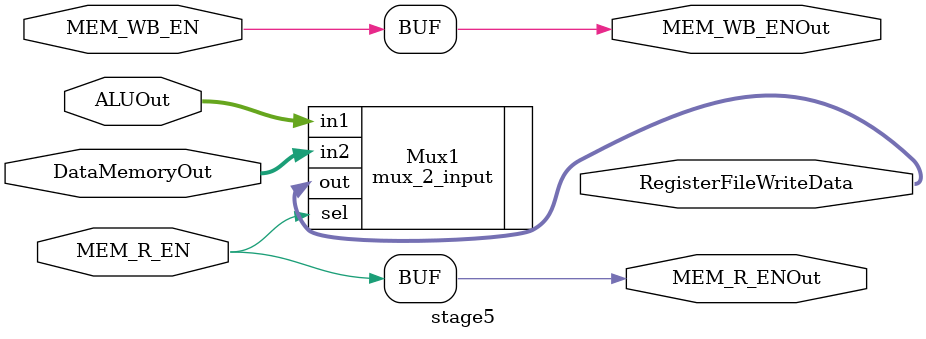
<source format=v>
module stage5(ALUOut, DataMemoryOut, MEM_R_EN, MEM_WB_EN, RegisterFileWriteData, MEM_R_ENOut, MEM_WB_ENOut);
	input[31:0] ALUOut, DataMemoryOut;
	input MEM_R_EN, MEM_WB_EN;
	output[31:0] RegisterFileWriteData;
	output MEM_R_ENOut, MEM_WB_ENOut;

	assign MEM_R_ENOut = MEM_R_EN;
	assign MEM_WB_ENOut = MEM_WB_EN;
	
	mux_2_input #(.WORD_LENGTH(32)) Mux1(
		.in1(ALUOut), 
		.in2(DataMemoryOut), 
		.sel(MEM_R_ENOut), 
		.out(RegisterFileWriteData)
	);


endmodule
</source>
